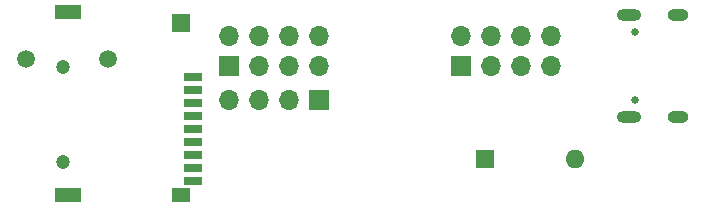
<source format=gbs>
%TF.GenerationSoftware,KiCad,Pcbnew,7.0.1*%
%TF.CreationDate,2023-07-08T21:15:05-04:00*%
%TF.ProjectId,cdm324_exp,63646d33-3234-45f6-9578-702e6b696361,rev?*%
%TF.SameCoordinates,Original*%
%TF.FileFunction,Soldermask,Bot*%
%TF.FilePolarity,Negative*%
%FSLAX46Y46*%
G04 Gerber Fmt 4.6, Leading zero omitted, Abs format (unit mm)*
G04 Created by KiCad (PCBNEW 7.0.1) date 2023-07-08 21:15:05*
%MOMM*%
%LPD*%
G01*
G04 APERTURE LIST*
%ADD10R,1.700000X1.700000*%
%ADD11O,1.700000X1.700000*%
%ADD12C,1.500000*%
%ADD13R,1.600000X1.600000*%
%ADD14O,1.600000X1.600000*%
%ADD15C,0.650000*%
%ADD16O,2.100000X1.000000*%
%ADD17O,1.800000X1.000000*%
%ADD18C,1.200000*%
%ADD19R,1.600000X0.700000*%
%ADD20R,2.200000X1.200000*%
%ADD21R,1.500000X1.200000*%
%ADD22R,1.500000X1.600000*%
G04 APERTURE END LIST*
D10*
%TO.C,J6*%
X107600000Y-102900000D03*
D11*
X105060000Y-102900000D03*
X102520000Y-102900000D03*
X99980000Y-102900000D03*
%TD*%
D12*
%TO.C,J7*%
X82805000Y-99400000D03*
X89805000Y-99400000D03*
%TD*%
D13*
%TO.C,SW3*%
X121682500Y-107850000D03*
D14*
X129302500Y-107850000D03*
%TD*%
D15*
%TO.C,J3*%
X134395000Y-102890000D03*
X134395000Y-97110000D03*
D16*
X133875000Y-104320000D03*
D17*
X138075000Y-104320000D03*
D16*
X133875000Y-95680000D03*
D17*
X138075000Y-95680000D03*
%TD*%
D18*
%TO.C,J5*%
X85950000Y-108100000D03*
X85950000Y-100100000D03*
D19*
X96950000Y-100900000D03*
X96950000Y-102000000D03*
X96950000Y-103100000D03*
X96950000Y-104200000D03*
X96950000Y-105300000D03*
X96950000Y-106400000D03*
X96950000Y-107500000D03*
X96950000Y-108600000D03*
X96950000Y-109700000D03*
D20*
X86350000Y-110900000D03*
D21*
X95950000Y-110900000D03*
D22*
X95950000Y-96300000D03*
D20*
X86350000Y-95400000D03*
%TD*%
D10*
%TO.C,J2*%
X119700000Y-100000000D03*
D11*
X119700000Y-97460000D03*
X122240000Y-100000000D03*
X122240000Y-97460000D03*
X124780000Y-100000000D03*
X124780000Y-97460000D03*
X127320000Y-100000000D03*
X127320000Y-97460000D03*
%TD*%
D10*
%TO.C,J1*%
X100000000Y-100000000D03*
D11*
X100000000Y-97460000D03*
X102540000Y-100000000D03*
X102540000Y-97460000D03*
X105080000Y-100000000D03*
X105080000Y-97460000D03*
X107620000Y-100000000D03*
X107620000Y-97460000D03*
%TD*%
M02*

</source>
